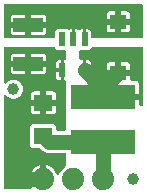
<source format=gbr>
G04 EAGLE Gerber RS-274X export*
G75*
%MOMM*%
%FSLAX34Y34*%
%LPD*%
%INTop Copper*%
%IPPOS*%
%AMOC8*
5,1,8,0,0,1.08239X$1,22.5*%
G01*
%ADD10C,1.879600*%
%ADD11R,0.550000X1.200000*%
%ADD12R,1.470000X1.270000*%
%ADD13R,1.600000X1.400000*%
%ADD14R,2.500000X1.200000*%
%ADD15R,5.500000X2.150000*%
%ADD16C,1.000000*%
%ADD17C,1.270000*%
%ADD18C,1.270000*%
%ADD19C,1.524000*%

G36*
X26981Y4324D02*
X26981Y4324D01*
X27021Y4321D01*
X27138Y4344D01*
X27257Y4359D01*
X27294Y4373D01*
X27333Y4381D01*
X27441Y4432D01*
X27552Y4476D01*
X27585Y4499D01*
X27621Y4516D01*
X27713Y4592D01*
X27810Y4662D01*
X27835Y4693D01*
X27866Y4719D01*
X27936Y4815D01*
X28013Y4907D01*
X28030Y4944D01*
X28053Y4976D01*
X28097Y5087D01*
X28148Y5195D01*
X28156Y5234D01*
X28170Y5271D01*
X28185Y5390D01*
X28208Y5507D01*
X28205Y5547D01*
X28210Y5587D01*
X28196Y5706D01*
X28188Y5825D01*
X28176Y5863D01*
X28171Y5902D01*
X28127Y6014D01*
X28090Y6127D01*
X28069Y6161D01*
X28054Y6198D01*
X27968Y6334D01*
X27889Y6443D01*
X27036Y8117D01*
X26455Y9904D01*
X26415Y10161D01*
X36830Y10161D01*
X36948Y10176D01*
X37067Y10183D01*
X37105Y10196D01*
X37145Y10201D01*
X37256Y10244D01*
X37369Y10281D01*
X37403Y10303D01*
X37441Y10318D01*
X37537Y10388D01*
X37638Y10451D01*
X37666Y10481D01*
X37698Y10504D01*
X37774Y10596D01*
X37856Y10683D01*
X37875Y10718D01*
X37901Y10749D01*
X37952Y10857D01*
X38009Y10961D01*
X38020Y11001D01*
X38037Y11037D01*
X38059Y11154D01*
X38089Y11269D01*
X38093Y11330D01*
X38097Y11350D01*
X38095Y11370D01*
X38099Y11430D01*
X38099Y12701D01*
X39370Y12701D01*
X39488Y12716D01*
X39607Y12723D01*
X39645Y12736D01*
X39685Y12741D01*
X39796Y12785D01*
X39909Y12821D01*
X39944Y12843D01*
X39981Y12858D01*
X40077Y12928D01*
X40178Y12991D01*
X40206Y13021D01*
X40239Y13045D01*
X40314Y13136D01*
X40396Y13223D01*
X40416Y13258D01*
X40441Y13290D01*
X40492Y13397D01*
X40550Y13502D01*
X40560Y13541D01*
X40577Y13577D01*
X40599Y13694D01*
X40629Y13809D01*
X40633Y13870D01*
X40637Y13890D01*
X40635Y13910D01*
X40639Y13970D01*
X40639Y24385D01*
X40896Y24345D01*
X42683Y23764D01*
X44357Y22911D01*
X45878Y21806D01*
X47206Y20478D01*
X48311Y18957D01*
X49164Y17283D01*
X49315Y16818D01*
X49328Y16791D01*
X49335Y16762D01*
X49395Y16648D01*
X49450Y16530D01*
X49469Y16507D01*
X49483Y16481D01*
X49570Y16385D01*
X49653Y16285D01*
X49677Y16268D01*
X49697Y16246D01*
X49806Y16174D01*
X49910Y16098D01*
X49938Y16087D01*
X49963Y16071D01*
X50086Y16029D01*
X50206Y15981D01*
X50236Y15977D01*
X50264Y15968D01*
X50393Y15957D01*
X50521Y15941D01*
X50551Y15945D01*
X50581Y15942D01*
X50709Y15965D01*
X50837Y15981D01*
X50865Y15992D01*
X50894Y15997D01*
X51012Y16050D01*
X51133Y16098D01*
X51157Y16115D01*
X51184Y16127D01*
X51285Y16208D01*
X51390Y16284D01*
X51409Y16307D01*
X51433Y16326D01*
X51511Y16430D01*
X51593Y16529D01*
X51606Y16556D01*
X51624Y16580D01*
X51695Y16725D01*
X52948Y19750D01*
X56471Y23274D01*
X56529Y23310D01*
X56642Y23375D01*
X56663Y23395D01*
X56688Y23411D01*
X56777Y23506D01*
X56870Y23596D01*
X56886Y23621D01*
X56906Y23643D01*
X56969Y23756D01*
X57037Y23867D01*
X57045Y23895D01*
X57060Y23921D01*
X57092Y24047D01*
X57130Y24171D01*
X57132Y24201D01*
X57139Y24229D01*
X57149Y24390D01*
X57149Y33782D01*
X57134Y33900D01*
X57127Y34019D01*
X57114Y34057D01*
X57109Y34098D01*
X57066Y34208D01*
X57029Y34321D01*
X57007Y34356D01*
X56992Y34393D01*
X56922Y34489D01*
X56859Y34590D01*
X56829Y34618D01*
X56806Y34651D01*
X56714Y34727D01*
X56627Y34808D01*
X56592Y34828D01*
X56561Y34853D01*
X56453Y34904D01*
X56349Y34962D01*
X56309Y34972D01*
X56273Y34989D01*
X56156Y35011D01*
X56041Y35041D01*
X55980Y35045D01*
X55960Y35049D01*
X55940Y35047D01*
X55880Y35051D01*
X41280Y35051D01*
X37826Y36482D01*
X35229Y39080D01*
X35150Y39140D01*
X35078Y39208D01*
X35025Y39237D01*
X34977Y39274D01*
X34886Y39314D01*
X34800Y39362D01*
X34741Y39377D01*
X34686Y39401D01*
X34588Y39416D01*
X34492Y39441D01*
X34392Y39447D01*
X34371Y39451D01*
X34359Y39449D01*
X34331Y39451D01*
X28837Y39451D01*
X27051Y41237D01*
X27051Y57763D01*
X28837Y59549D01*
X47363Y59549D01*
X49149Y57763D01*
X49149Y55118D01*
X49164Y55000D01*
X49171Y54881D01*
X49184Y54843D01*
X49189Y54802D01*
X49232Y54692D01*
X49269Y54579D01*
X49291Y54544D01*
X49306Y54507D01*
X49375Y54411D01*
X49439Y54310D01*
X49469Y54282D01*
X49492Y54249D01*
X49584Y54173D01*
X49671Y54092D01*
X49706Y54072D01*
X49737Y54047D01*
X49845Y53996D01*
X49949Y53938D01*
X49989Y53928D01*
X50025Y53911D01*
X50142Y53889D01*
X50257Y53859D01*
X50317Y53855D01*
X50337Y53851D01*
X50358Y53853D01*
X50418Y53849D01*
X55880Y53849D01*
X55998Y53864D01*
X56117Y53871D01*
X56155Y53884D01*
X56196Y53889D01*
X56306Y53932D01*
X56419Y53969D01*
X56454Y53991D01*
X56491Y54006D01*
X56587Y54075D01*
X56688Y54139D01*
X56716Y54169D01*
X56749Y54192D01*
X56824Y54284D01*
X56906Y54371D01*
X56926Y54406D01*
X56951Y54437D01*
X57002Y54545D01*
X57060Y54649D01*
X57070Y54689D01*
X57087Y54725D01*
X57109Y54842D01*
X57139Y54957D01*
X57143Y55017D01*
X57147Y55037D01*
X57145Y55058D01*
X57149Y55118D01*
X57149Y95299D01*
X57134Y95417D01*
X57127Y95536D01*
X57114Y95574D01*
X57109Y95615D01*
X57066Y95725D01*
X57029Y95838D01*
X57007Y95873D01*
X56992Y95910D01*
X56923Y96006D01*
X56859Y96107D01*
X56829Y96135D01*
X56806Y96168D01*
X56714Y96244D01*
X56627Y96325D01*
X56592Y96345D01*
X56561Y96370D01*
X56453Y96421D01*
X56349Y96479D01*
X56309Y96489D01*
X56273Y96506D01*
X56156Y96528D01*
X56041Y96558D01*
X55981Y96562D01*
X55961Y96566D01*
X55940Y96564D01*
X55880Y96568D01*
X55374Y96568D01*
X55374Y105004D01*
X55365Y105074D01*
X55368Y105114D01*
X55372Y105134D01*
X55370Y105154D01*
X55374Y105214D01*
X55374Y113650D01*
X55880Y113650D01*
X55998Y113665D01*
X56117Y113672D01*
X56155Y113684D01*
X56196Y113690D01*
X56306Y113733D01*
X56419Y113770D01*
X56454Y113792D01*
X56491Y113807D01*
X56587Y113876D01*
X56688Y113940D01*
X56716Y113970D01*
X56749Y113993D01*
X56825Y114085D01*
X56906Y114172D01*
X56926Y114207D01*
X56951Y114238D01*
X57002Y114346D01*
X57060Y114450D01*
X57070Y114490D01*
X57087Y114526D01*
X57109Y114643D01*
X57139Y114758D01*
X57143Y114818D01*
X57147Y114838D01*
X57145Y114859D01*
X57149Y114919D01*
X57149Y120793D01*
X57134Y120911D01*
X57127Y121030D01*
X57114Y121068D01*
X57109Y121109D01*
X57066Y121219D01*
X57029Y121332D01*
X57007Y121367D01*
X56992Y121404D01*
X56923Y121500D01*
X56859Y121601D01*
X56829Y121629D01*
X56806Y121662D01*
X56714Y121738D01*
X56627Y121819D01*
X56592Y121839D01*
X56561Y121864D01*
X56453Y121915D01*
X56349Y121973D01*
X56309Y121983D01*
X56273Y122000D01*
X56156Y122022D01*
X56041Y122052D01*
X55981Y122056D01*
X55961Y122060D01*
X55940Y122058D01*
X55880Y122062D01*
X49987Y122062D01*
X47962Y124088D01*
X47884Y124148D01*
X47812Y124216D01*
X47759Y124245D01*
X47711Y124282D01*
X47620Y124322D01*
X47533Y124370D01*
X47475Y124385D01*
X47419Y124409D01*
X47321Y124424D01*
X47225Y124449D01*
X47125Y124455D01*
X47105Y124459D01*
X47092Y124457D01*
X47064Y124459D01*
X5588Y124459D01*
X5470Y124444D01*
X5351Y124437D01*
X5313Y124424D01*
X5272Y124419D01*
X5162Y124376D01*
X5049Y124339D01*
X5014Y124317D01*
X4977Y124302D01*
X4881Y124233D01*
X4780Y124169D01*
X4752Y124139D01*
X4719Y124116D01*
X4643Y124024D01*
X4562Y123937D01*
X4542Y123902D01*
X4517Y123871D01*
X4466Y123763D01*
X4408Y123659D01*
X4398Y123619D01*
X4381Y123583D01*
X4359Y123466D01*
X4329Y123351D01*
X4325Y123291D01*
X4321Y123271D01*
X4323Y123250D01*
X4319Y123190D01*
X4319Y94966D01*
X4336Y94828D01*
X4349Y94689D01*
X4356Y94670D01*
X4359Y94650D01*
X4410Y94521D01*
X4457Y94390D01*
X4468Y94373D01*
X4476Y94354D01*
X4557Y94242D01*
X4635Y94127D01*
X4651Y94113D01*
X4662Y94097D01*
X4770Y94008D01*
X4874Y93916D01*
X4892Y93907D01*
X4907Y93894D01*
X5033Y93835D01*
X5157Y93772D01*
X5177Y93767D01*
X5195Y93759D01*
X5332Y93733D01*
X5467Y93702D01*
X5488Y93703D01*
X5507Y93699D01*
X5646Y93708D01*
X5785Y93712D01*
X5805Y93717D01*
X5825Y93719D01*
X5957Y93761D01*
X6091Y93800D01*
X6108Y93810D01*
X6127Y93817D01*
X6245Y93891D01*
X6365Y93962D01*
X6386Y93980D01*
X6396Y93987D01*
X6410Y94002D01*
X6485Y94068D01*
X8141Y95723D01*
X11099Y96949D01*
X14301Y96949D01*
X17259Y95723D01*
X19523Y93459D01*
X20749Y90501D01*
X20749Y87299D01*
X19523Y84341D01*
X17259Y82077D01*
X14301Y80851D01*
X11099Y80851D01*
X8141Y82077D01*
X6485Y83732D01*
X6376Y83817D01*
X6269Y83906D01*
X6250Y83914D01*
X6234Y83927D01*
X6106Y83982D01*
X5981Y84041D01*
X5961Y84045D01*
X5942Y84053D01*
X5804Y84075D01*
X5668Y84101D01*
X5648Y84100D01*
X5628Y84103D01*
X5489Y84090D01*
X5351Y84081D01*
X5332Y84075D01*
X5312Y84073D01*
X5180Y84026D01*
X5049Y83983D01*
X5031Y83972D01*
X5012Y83966D01*
X4897Y83888D01*
X4780Y83813D01*
X4766Y83798D01*
X4749Y83787D01*
X4657Y83683D01*
X4562Y83582D01*
X4552Y83564D01*
X4539Y83549D01*
X4475Y83424D01*
X4408Y83303D01*
X4403Y83283D01*
X4394Y83265D01*
X4364Y83130D01*
X4329Y82995D01*
X4327Y82967D01*
X4324Y82955D01*
X4325Y82935D01*
X4319Y82834D01*
X4319Y5588D01*
X4334Y5470D01*
X4341Y5351D01*
X4354Y5313D01*
X4359Y5272D01*
X4402Y5162D01*
X4439Y5049D01*
X4461Y5014D01*
X4476Y4977D01*
X4545Y4881D01*
X4609Y4780D01*
X4639Y4752D01*
X4662Y4719D01*
X4754Y4643D01*
X4841Y4562D01*
X4876Y4542D01*
X4907Y4517D01*
X5015Y4466D01*
X5119Y4408D01*
X5159Y4398D01*
X5195Y4381D01*
X5312Y4359D01*
X5427Y4329D01*
X5487Y4325D01*
X5507Y4321D01*
X5528Y4323D01*
X5588Y4319D01*
X26941Y4319D01*
X26981Y4324D01*
G37*
G36*
X47050Y132096D02*
X47050Y132096D01*
X47169Y132103D01*
X47207Y132116D01*
X47248Y132121D01*
X47358Y132164D01*
X47471Y132201D01*
X47506Y132223D01*
X47543Y132238D01*
X47639Y132308D01*
X47740Y132371D01*
X47768Y132401D01*
X47801Y132424D01*
X47877Y132516D01*
X47958Y132603D01*
X47978Y132638D01*
X48003Y132669D01*
X48054Y132777D01*
X48112Y132881D01*
X48122Y132921D01*
X48139Y132957D01*
X48161Y133074D01*
X48191Y133189D01*
X48195Y133250D01*
X48199Y133270D01*
X48197Y133290D01*
X48201Y133350D01*
X48201Y138374D01*
X49987Y140160D01*
X58013Y140160D01*
X58403Y139770D01*
X58487Y139705D01*
X58564Y139633D01*
X58612Y139608D01*
X58654Y139575D01*
X58751Y139533D01*
X58844Y139483D01*
X58897Y139470D01*
X58946Y139448D01*
X59051Y139432D01*
X59153Y139406D01*
X59207Y139407D01*
X59260Y139398D01*
X59366Y139408D01*
X59471Y139409D01*
X59555Y139426D01*
X59577Y139428D01*
X59592Y139433D01*
X59629Y139441D01*
X60416Y139652D01*
X62126Y139652D01*
X62126Y133350D01*
X62141Y133232D01*
X62148Y133113D01*
X62160Y133075D01*
X62166Y133034D01*
X62209Y132924D01*
X62246Y132811D01*
X62268Y132776D01*
X62283Y132739D01*
X62352Y132643D01*
X62416Y132542D01*
X62446Y132514D01*
X62469Y132481D01*
X62561Y132406D01*
X62648Y132324D01*
X62683Y132304D01*
X62714Y132279D01*
X62822Y132228D01*
X62926Y132170D01*
X62966Y132160D01*
X63002Y132143D01*
X63119Y132121D01*
X63234Y132091D01*
X63294Y132087D01*
X63314Y132083D01*
X63335Y132085D01*
X63395Y132081D01*
X63605Y132081D01*
X63723Y132096D01*
X63842Y132103D01*
X63880Y132116D01*
X63921Y132121D01*
X64031Y132164D01*
X64144Y132201D01*
X64179Y132223D01*
X64216Y132238D01*
X64312Y132308D01*
X64413Y132371D01*
X64441Y132401D01*
X64474Y132424D01*
X64550Y132516D01*
X64631Y132603D01*
X64651Y132638D01*
X64676Y132669D01*
X64727Y132777D01*
X64785Y132881D01*
X64795Y132921D01*
X64812Y132957D01*
X64834Y133074D01*
X64864Y133189D01*
X64868Y133250D01*
X64872Y133270D01*
X64870Y133290D01*
X64874Y133350D01*
X64874Y139652D01*
X66584Y139652D01*
X67231Y139479D01*
X67615Y139256D01*
X67713Y139216D01*
X67806Y139166D01*
X67859Y139154D01*
X67909Y139133D01*
X68013Y139118D01*
X68116Y139094D01*
X68170Y139095D01*
X68223Y139087D01*
X68328Y139098D01*
X68434Y139100D01*
X68486Y139114D01*
X68539Y139120D01*
X68639Y139157D01*
X68740Y139185D01*
X68817Y139223D01*
X68838Y139231D01*
X68850Y139239D01*
X68885Y139256D01*
X69269Y139479D01*
X69916Y139652D01*
X71626Y139652D01*
X71626Y133350D01*
X71641Y133232D01*
X71648Y133113D01*
X71660Y133075D01*
X71666Y133034D01*
X71709Y132924D01*
X71746Y132811D01*
X71768Y132776D01*
X71783Y132739D01*
X71852Y132643D01*
X71916Y132542D01*
X71946Y132514D01*
X71969Y132481D01*
X72061Y132406D01*
X72148Y132324D01*
X72183Y132304D01*
X72214Y132279D01*
X72322Y132228D01*
X72426Y132170D01*
X72466Y132160D01*
X72502Y132143D01*
X72619Y132121D01*
X72734Y132091D01*
X72794Y132087D01*
X72814Y132083D01*
X72835Y132085D01*
X72895Y132081D01*
X73105Y132081D01*
X73223Y132096D01*
X73342Y132103D01*
X73380Y132116D01*
X73421Y132121D01*
X73531Y132164D01*
X73644Y132201D01*
X73679Y132223D01*
X73716Y132238D01*
X73812Y132308D01*
X73913Y132371D01*
X73941Y132401D01*
X73974Y132424D01*
X74050Y132516D01*
X74131Y132603D01*
X74151Y132638D01*
X74176Y132669D01*
X74227Y132777D01*
X74285Y132881D01*
X74295Y132921D01*
X74312Y132957D01*
X74334Y133074D01*
X74364Y133189D01*
X74368Y133250D01*
X74372Y133270D01*
X74370Y133290D01*
X74374Y133350D01*
X74374Y139652D01*
X76084Y139652D01*
X76731Y139479D01*
X77310Y139144D01*
X77783Y138671D01*
X78118Y138092D01*
X78291Y137445D01*
X78291Y133350D01*
X78306Y133232D01*
X78313Y133113D01*
X78326Y133075D01*
X78331Y133034D01*
X78374Y132924D01*
X78411Y132811D01*
X78433Y132776D01*
X78448Y132739D01*
X78517Y132643D01*
X78581Y132542D01*
X78611Y132514D01*
X78634Y132481D01*
X78726Y132406D01*
X78813Y132324D01*
X78848Y132304D01*
X78879Y132279D01*
X78987Y132228D01*
X79091Y132170D01*
X79131Y132160D01*
X79167Y132143D01*
X79284Y132121D01*
X79399Y132091D01*
X79459Y132087D01*
X79479Y132083D01*
X79500Y132085D01*
X79560Y132081D01*
X121412Y132081D01*
X121530Y132096D01*
X121649Y132103D01*
X121687Y132116D01*
X121728Y132121D01*
X121838Y132164D01*
X121951Y132201D01*
X121986Y132223D01*
X122023Y132238D01*
X122119Y132308D01*
X122220Y132371D01*
X122248Y132401D01*
X122281Y132424D01*
X122357Y132516D01*
X122438Y132603D01*
X122458Y132638D01*
X122483Y132669D01*
X122534Y132777D01*
X122592Y132881D01*
X122602Y132921D01*
X122619Y132957D01*
X122641Y133074D01*
X122671Y133189D01*
X122675Y133250D01*
X122679Y133270D01*
X122677Y133290D01*
X122681Y133350D01*
X122681Y159512D01*
X122666Y159630D01*
X122659Y159749D01*
X122646Y159787D01*
X122641Y159828D01*
X122598Y159938D01*
X122561Y160051D01*
X122539Y160086D01*
X122524Y160123D01*
X122455Y160219D01*
X122391Y160320D01*
X122361Y160348D01*
X122338Y160381D01*
X122246Y160457D01*
X122159Y160538D01*
X122124Y160558D01*
X122093Y160583D01*
X121985Y160634D01*
X121881Y160692D01*
X121841Y160702D01*
X121805Y160719D01*
X121688Y160741D01*
X121573Y160771D01*
X121513Y160775D01*
X121493Y160779D01*
X121472Y160777D01*
X121412Y160781D01*
X5588Y160781D01*
X5470Y160766D01*
X5351Y160759D01*
X5313Y160746D01*
X5272Y160741D01*
X5162Y160698D01*
X5049Y160661D01*
X5014Y160639D01*
X4977Y160624D01*
X4881Y160555D01*
X4780Y160491D01*
X4752Y160461D01*
X4719Y160438D01*
X4643Y160346D01*
X4562Y160259D01*
X4542Y160224D01*
X4517Y160193D01*
X4466Y160085D01*
X4408Y159981D01*
X4398Y159941D01*
X4381Y159905D01*
X4359Y159788D01*
X4329Y159673D01*
X4325Y159613D01*
X4321Y159593D01*
X4323Y159572D01*
X4319Y159512D01*
X4319Y133350D01*
X4334Y133232D01*
X4341Y133113D01*
X4354Y133075D01*
X4359Y133034D01*
X4402Y132924D01*
X4439Y132811D01*
X4461Y132776D01*
X4476Y132739D01*
X4545Y132643D01*
X4609Y132542D01*
X4639Y132514D01*
X4662Y132481D01*
X4754Y132406D01*
X4841Y132324D01*
X4876Y132304D01*
X4907Y132279D01*
X5015Y132228D01*
X5119Y132170D01*
X5159Y132160D01*
X5195Y132143D01*
X5312Y132121D01*
X5427Y132091D01*
X5487Y132087D01*
X5507Y132083D01*
X5528Y132085D01*
X5588Y132081D01*
X46932Y132081D01*
X47050Y132096D01*
G37*
G36*
X121530Y74946D02*
X121530Y74946D01*
X121649Y74953D01*
X121687Y74966D01*
X121728Y74971D01*
X121838Y75014D01*
X121951Y75051D01*
X121986Y75073D01*
X122023Y75088D01*
X122119Y75158D01*
X122220Y75221D01*
X122248Y75251D01*
X122281Y75274D01*
X122357Y75366D01*
X122438Y75453D01*
X122458Y75488D01*
X122483Y75519D01*
X122534Y75627D01*
X122592Y75731D01*
X122602Y75771D01*
X122619Y75807D01*
X122641Y75924D01*
X122671Y76039D01*
X122675Y76100D01*
X122679Y76120D01*
X122677Y76140D01*
X122681Y76200D01*
X122681Y123190D01*
X122666Y123308D01*
X122659Y123427D01*
X122646Y123465D01*
X122641Y123506D01*
X122598Y123616D01*
X122561Y123729D01*
X122539Y123764D01*
X122524Y123801D01*
X122455Y123897D01*
X122391Y123998D01*
X122361Y124026D01*
X122338Y124059D01*
X122246Y124135D01*
X122159Y124216D01*
X122124Y124236D01*
X122093Y124261D01*
X121985Y124312D01*
X121881Y124370D01*
X121841Y124380D01*
X121805Y124397D01*
X121688Y124419D01*
X121573Y124449D01*
X121513Y124453D01*
X121493Y124457D01*
X121472Y124455D01*
X121412Y124459D01*
X79936Y124459D01*
X79837Y124447D01*
X79738Y124444D01*
X79680Y124427D01*
X79620Y124419D01*
X79528Y124383D01*
X79433Y124355D01*
X79381Y124325D01*
X79324Y124302D01*
X79244Y124244D01*
X79159Y124194D01*
X79084Y124128D01*
X79067Y124116D01*
X79059Y124106D01*
X79038Y124088D01*
X77013Y122062D01*
X69850Y122062D01*
X69732Y122047D01*
X69613Y122040D01*
X69575Y122027D01*
X69534Y122022D01*
X69424Y121979D01*
X69311Y121942D01*
X69276Y121920D01*
X69239Y121905D01*
X69143Y121836D01*
X69042Y121772D01*
X69014Y121742D01*
X68981Y121719D01*
X68906Y121627D01*
X68824Y121540D01*
X68804Y121505D01*
X68779Y121474D01*
X68728Y121366D01*
X68670Y121262D01*
X68660Y121222D01*
X68643Y121186D01*
X68621Y121069D01*
X68591Y120954D01*
X68587Y120894D01*
X68583Y120874D01*
X68585Y120853D01*
X68581Y120793D01*
X68581Y114919D01*
X68596Y114801D01*
X68603Y114682D01*
X68616Y114644D01*
X68621Y114603D01*
X68664Y114493D01*
X68701Y114380D01*
X68723Y114345D01*
X68738Y114308D01*
X68808Y114212D01*
X68871Y114111D01*
X68901Y114083D01*
X68924Y114050D01*
X69016Y113974D01*
X69103Y113893D01*
X69138Y113873D01*
X69169Y113848D01*
X69277Y113797D01*
X69381Y113739D01*
X69421Y113729D01*
X69457Y113712D01*
X69574Y113690D01*
X69689Y113660D01*
X69750Y113656D01*
X69770Y113652D01*
X69790Y113654D01*
X69850Y113650D01*
X71626Y113650D01*
X71626Y105214D01*
X71641Y105096D01*
X71648Y104977D01*
X71660Y104939D01*
X71666Y104899D01*
X71709Y104788D01*
X71746Y104675D01*
X71768Y104641D01*
X71783Y104603D01*
X71852Y104507D01*
X71916Y104406D01*
X71946Y104378D01*
X71969Y104346D01*
X72061Y104270D01*
X72107Y104227D01*
X72126Y104196D01*
X72156Y104168D01*
X72180Y104135D01*
X72271Y104059D01*
X72358Y103978D01*
X72393Y103958D01*
X72425Y103933D01*
X72532Y103882D01*
X72637Y103824D01*
X72676Y103814D01*
X72712Y103797D01*
X72829Y103775D01*
X72945Y103745D01*
X73005Y103741D01*
X73025Y103737D01*
X73045Y103739D01*
X73105Y103735D01*
X78291Y103735D01*
X78291Y98775D01*
X78118Y98128D01*
X77983Y97895D01*
X77931Y97773D01*
X77875Y97653D01*
X77870Y97626D01*
X77859Y97602D01*
X77840Y97470D01*
X77815Y97340D01*
X77817Y97314D01*
X77813Y97287D01*
X77827Y97155D01*
X77835Y97023D01*
X77843Y96997D01*
X77846Y96971D01*
X77892Y96846D01*
X77933Y96721D01*
X77947Y96698D01*
X77957Y96672D01*
X78032Y96564D01*
X78103Y96452D01*
X78123Y96433D01*
X78138Y96411D01*
X78238Y96325D01*
X78335Y96234D01*
X78358Y96221D01*
X78379Y96203D01*
X78497Y96144D01*
X78613Y96080D01*
X78639Y96074D01*
X78663Y96062D01*
X78793Y96034D01*
X78921Y96001D01*
X78959Y95999D01*
X78974Y95995D01*
X78996Y95996D01*
X79082Y95991D01*
X86361Y95991D01*
X86361Y83970D01*
X86376Y83852D01*
X86383Y83733D01*
X86396Y83695D01*
X86401Y83655D01*
X86444Y83544D01*
X86481Y83431D01*
X86503Y83396D01*
X86518Y83359D01*
X86588Y83263D01*
X86651Y83162D01*
X86681Y83134D01*
X86705Y83102D01*
X86796Y83026D01*
X86883Y82944D01*
X86918Y82925D01*
X86949Y82899D01*
X87057Y82848D01*
X87161Y82791D01*
X87201Y82780D01*
X87237Y82763D01*
X87354Y82741D01*
X87469Y82711D01*
X87530Y82707D01*
X87550Y82703D01*
X87570Y82705D01*
X87630Y82701D01*
X88901Y82701D01*
X88901Y81430D01*
X88916Y81312D01*
X88923Y81193D01*
X88936Y81155D01*
X88941Y81115D01*
X88985Y81004D01*
X89021Y80891D01*
X89043Y80856D01*
X89058Y80819D01*
X89128Y80723D01*
X89191Y80622D01*
X89221Y80594D01*
X89245Y80561D01*
X89336Y80486D01*
X89423Y80404D01*
X89458Y80384D01*
X89490Y80359D01*
X89597Y80308D01*
X89701Y80250D01*
X89741Y80240D01*
X89777Y80223D01*
X89894Y80201D01*
X90009Y80171D01*
X90070Y80167D01*
X90090Y80163D01*
X90110Y80165D01*
X90170Y80161D01*
X118941Y80161D01*
X118941Y76200D01*
X118956Y76082D01*
X118963Y75963D01*
X118976Y75925D01*
X118981Y75884D01*
X119024Y75774D01*
X119061Y75661D01*
X119083Y75626D01*
X119098Y75589D01*
X119167Y75493D01*
X119231Y75392D01*
X119261Y75364D01*
X119284Y75331D01*
X119376Y75256D01*
X119463Y75174D01*
X119498Y75154D01*
X119529Y75129D01*
X119637Y75078D01*
X119741Y75020D01*
X119781Y75010D01*
X119817Y74993D01*
X119934Y74971D01*
X120049Y74941D01*
X120109Y74937D01*
X120129Y74933D01*
X120150Y74935D01*
X120210Y74931D01*
X121412Y74931D01*
X121530Y74946D01*
G37*
%LPC*%
G36*
X91439Y85239D02*
X91439Y85239D01*
X91439Y96484D01*
X91466Y96513D01*
X91486Y96548D01*
X91511Y96579D01*
X91562Y96687D01*
X91620Y96791D01*
X91630Y96831D01*
X91647Y96867D01*
X91669Y96984D01*
X91699Y97099D01*
X91703Y97159D01*
X91707Y97179D01*
X91705Y97200D01*
X91709Y97260D01*
X91709Y100421D01*
X100330Y100421D01*
X100448Y100436D01*
X100567Y100443D01*
X100605Y100456D01*
X100645Y100461D01*
X100756Y100504D01*
X100869Y100541D01*
X100904Y100563D01*
X100941Y100578D01*
X101037Y100648D01*
X101138Y100711D01*
X101166Y100741D01*
X101198Y100765D01*
X101274Y100856D01*
X101356Y100943D01*
X101375Y100978D01*
X101401Y101009D01*
X101452Y101117D01*
X101509Y101221D01*
X101520Y101261D01*
X101537Y101297D01*
X101559Y101414D01*
X101589Y101529D01*
X101593Y101590D01*
X101597Y101610D01*
X101595Y101630D01*
X101599Y101690D01*
X101599Y102961D01*
X101601Y102961D01*
X101601Y101690D01*
X101616Y101572D01*
X101623Y101453D01*
X101636Y101415D01*
X101641Y101375D01*
X101685Y101264D01*
X101721Y101151D01*
X101743Y101116D01*
X101758Y101079D01*
X101828Y100983D01*
X101891Y100882D01*
X101921Y100854D01*
X101945Y100821D01*
X102036Y100746D01*
X102123Y100664D01*
X102158Y100644D01*
X102190Y100619D01*
X102297Y100568D01*
X102401Y100510D01*
X102441Y100500D01*
X102477Y100483D01*
X102594Y100461D01*
X102709Y100431D01*
X102770Y100427D01*
X102790Y100423D01*
X102810Y100425D01*
X102870Y100421D01*
X111491Y100421D01*
X111491Y97260D01*
X111506Y97142D01*
X111513Y97023D01*
X111525Y96985D01*
X111531Y96944D01*
X111574Y96834D01*
X111611Y96721D01*
X111633Y96686D01*
X111648Y96649D01*
X111717Y96553D01*
X111781Y96452D01*
X111811Y96424D01*
X111834Y96391D01*
X111926Y96315D01*
X112013Y96234D01*
X112048Y96214D01*
X112079Y96189D01*
X112187Y96138D01*
X112291Y96080D01*
X112331Y96070D01*
X112367Y96053D01*
X112484Y96031D01*
X112599Y96001D01*
X112659Y95997D01*
X112679Y95993D01*
X112700Y95995D01*
X112760Y95991D01*
X116734Y95991D01*
X117381Y95818D01*
X117960Y95483D01*
X118433Y95010D01*
X118768Y94431D01*
X118941Y93784D01*
X118941Y85239D01*
X91439Y85239D01*
G37*
%LPD*%
%LPC*%
G36*
X27939Y146039D02*
X27939Y146039D01*
X27939Y152041D01*
X38234Y152041D01*
X38881Y151868D01*
X39460Y151533D01*
X39933Y151060D01*
X40268Y150481D01*
X40441Y149834D01*
X40441Y146039D01*
X27939Y146039D01*
G37*
%LPD*%
%LPC*%
G36*
X27939Y113039D02*
X27939Y113039D01*
X27939Y119041D01*
X38234Y119041D01*
X38881Y118868D01*
X39460Y118533D01*
X39933Y118060D01*
X40268Y117481D01*
X40441Y116834D01*
X40441Y113039D01*
X27939Y113039D01*
G37*
%LPD*%
%LPC*%
G36*
X10359Y146039D02*
X10359Y146039D01*
X10359Y149834D01*
X10532Y150481D01*
X10867Y151060D01*
X11340Y151533D01*
X11919Y151868D01*
X12566Y152041D01*
X22861Y152041D01*
X22861Y146039D01*
X10359Y146039D01*
G37*
%LPD*%
%LPC*%
G36*
X10359Y113039D02*
X10359Y113039D01*
X10359Y116834D01*
X10532Y117481D01*
X10867Y118060D01*
X11340Y118533D01*
X11919Y118868D01*
X12566Y119041D01*
X22861Y119041D01*
X22861Y113039D01*
X10359Y113039D01*
G37*
%LPD*%
%LPC*%
G36*
X27939Y134959D02*
X27939Y134959D01*
X27939Y140961D01*
X40441Y140961D01*
X40441Y137166D01*
X40268Y136519D01*
X39933Y135940D01*
X39460Y135467D01*
X38881Y135132D01*
X38234Y134959D01*
X27939Y134959D01*
G37*
%LPD*%
%LPC*%
G36*
X27939Y101959D02*
X27939Y101959D01*
X27939Y107961D01*
X40441Y107961D01*
X40441Y104166D01*
X40268Y103519D01*
X39933Y102940D01*
X39460Y102467D01*
X38881Y102132D01*
X38234Y101959D01*
X27939Y101959D01*
G37*
%LPD*%
%LPC*%
G36*
X12566Y134959D02*
X12566Y134959D01*
X11919Y135132D01*
X11340Y135467D01*
X10867Y135940D01*
X10532Y136519D01*
X10359Y137166D01*
X10359Y140961D01*
X22861Y140961D01*
X22861Y134959D01*
X12566Y134959D01*
G37*
%LPD*%
%LPC*%
G36*
X12566Y101959D02*
X12566Y101959D01*
X11919Y102132D01*
X11340Y102467D01*
X10867Y102940D01*
X10532Y103519D01*
X10359Y104166D01*
X10359Y107961D01*
X22861Y107961D01*
X22861Y101959D01*
X12566Y101959D01*
G37*
%LPD*%
%LPC*%
G36*
X26415Y15239D02*
X26415Y15239D01*
X26455Y15496D01*
X27036Y17283D01*
X27889Y18957D01*
X28994Y20478D01*
X30322Y21806D01*
X31843Y22911D01*
X33517Y23764D01*
X35304Y24345D01*
X35561Y24385D01*
X35561Y15239D01*
X26415Y15239D01*
G37*
%LPD*%
%LPC*%
G36*
X40639Y80039D02*
X40639Y80039D01*
X40639Y87041D01*
X46434Y87041D01*
X47081Y86868D01*
X47660Y86533D01*
X48133Y86060D01*
X48468Y85481D01*
X48641Y84834D01*
X48641Y80039D01*
X40639Y80039D01*
G37*
%LPD*%
%LPC*%
G36*
X27559Y80039D02*
X27559Y80039D01*
X27559Y84834D01*
X27732Y85481D01*
X28067Y86060D01*
X28540Y86533D01*
X29119Y86868D01*
X29766Y87041D01*
X35561Y87041D01*
X35561Y80039D01*
X27559Y80039D01*
G37*
%LPD*%
%LPC*%
G36*
X40639Y67959D02*
X40639Y67959D01*
X40639Y74961D01*
X48641Y74961D01*
X48641Y70166D01*
X48468Y69519D01*
X48133Y68940D01*
X47660Y68467D01*
X47081Y68132D01*
X46434Y67959D01*
X40639Y67959D01*
G37*
%LPD*%
%LPC*%
G36*
X29766Y67959D02*
X29766Y67959D01*
X29119Y68132D01*
X28540Y68467D01*
X28067Y68940D01*
X27732Y69519D01*
X27559Y70166D01*
X27559Y74961D01*
X35561Y74961D01*
X35561Y67959D01*
X29766Y67959D01*
G37*
%LPD*%
%LPC*%
G36*
X104139Y148499D02*
X104139Y148499D01*
X104139Y154851D01*
X109284Y154851D01*
X109931Y154678D01*
X110510Y154343D01*
X110983Y153870D01*
X111318Y153291D01*
X111491Y152644D01*
X111491Y148499D01*
X104139Y148499D01*
G37*
%LPD*%
%LPC*%
G36*
X104139Y105499D02*
X104139Y105499D01*
X104139Y111851D01*
X109284Y111851D01*
X109931Y111678D01*
X110510Y111343D01*
X110983Y110870D01*
X111318Y110291D01*
X111491Y109644D01*
X111491Y105499D01*
X104139Y105499D01*
G37*
%LPD*%
%LPC*%
G36*
X91709Y148499D02*
X91709Y148499D01*
X91709Y152644D01*
X91882Y153291D01*
X92217Y153870D01*
X92690Y154343D01*
X93269Y154678D01*
X93916Y154851D01*
X99061Y154851D01*
X99061Y148499D01*
X91709Y148499D01*
G37*
%LPD*%
%LPC*%
G36*
X91709Y105499D02*
X91709Y105499D01*
X91709Y109644D01*
X91882Y110291D01*
X92217Y110870D01*
X92690Y111343D01*
X93269Y111678D01*
X93916Y111851D01*
X99061Y111851D01*
X99061Y105499D01*
X91709Y105499D01*
G37*
%LPD*%
%LPC*%
G36*
X104139Y137069D02*
X104139Y137069D01*
X104139Y143421D01*
X111491Y143421D01*
X111491Y139276D01*
X111318Y138629D01*
X110983Y138050D01*
X110510Y137577D01*
X109931Y137242D01*
X109284Y137069D01*
X104139Y137069D01*
G37*
%LPD*%
%LPC*%
G36*
X93916Y137069D02*
X93916Y137069D01*
X93269Y137242D01*
X92690Y137577D01*
X92217Y138050D01*
X91882Y138629D01*
X91709Y139276D01*
X91709Y143421D01*
X99061Y143421D01*
X99061Y137069D01*
X93916Y137069D01*
G37*
%LPD*%
%LPC*%
G36*
X74374Y106483D02*
X74374Y106483D01*
X74374Y113650D01*
X76084Y113650D01*
X76731Y113477D01*
X77310Y113142D01*
X77783Y112669D01*
X78118Y112090D01*
X78291Y111443D01*
X78291Y106483D01*
X74374Y106483D01*
G37*
%LPD*%
%LPC*%
G36*
X48709Y106483D02*
X48709Y106483D01*
X48709Y111443D01*
X48882Y112090D01*
X49217Y112669D01*
X49690Y113142D01*
X50269Y113477D01*
X50916Y113650D01*
X52626Y113650D01*
X52626Y106483D01*
X48709Y106483D01*
G37*
%LPD*%
%LPC*%
G36*
X50916Y96568D02*
X50916Y96568D01*
X50269Y96741D01*
X49690Y97076D01*
X49217Y97549D01*
X48882Y98128D01*
X48709Y98775D01*
X48709Y103735D01*
X52626Y103735D01*
X52626Y96568D01*
X50916Y96568D01*
G37*
%LPD*%
%LPC*%
G36*
X101599Y145959D02*
X101599Y145959D01*
X101599Y145961D01*
X101601Y145961D01*
X101601Y145959D01*
X101599Y145959D01*
G37*
%LPD*%
%LPC*%
G36*
X25399Y143499D02*
X25399Y143499D01*
X25399Y143501D01*
X25401Y143501D01*
X25401Y143499D01*
X25399Y143499D01*
G37*
%LPD*%
%LPC*%
G36*
X25399Y110499D02*
X25399Y110499D01*
X25399Y110501D01*
X25401Y110501D01*
X25401Y110499D01*
X25399Y110499D01*
G37*
%LPD*%
%LPC*%
G36*
X38099Y77499D02*
X38099Y77499D01*
X38099Y77501D01*
X38101Y77501D01*
X38101Y77499D01*
X38099Y77499D01*
G37*
%LPD*%
D10*
X38100Y12700D03*
X63500Y12700D03*
X88900Y12700D03*
D11*
X73000Y131111D03*
X63500Y131111D03*
X54000Y131111D03*
X54000Y105109D03*
X73000Y105109D03*
D12*
X101600Y102960D03*
X101600Y145960D03*
D13*
X38100Y77500D03*
X38100Y49500D03*
D14*
X25400Y110500D03*
X25400Y143500D03*
D15*
X88900Y44300D03*
X88900Y82700D03*
D16*
X114300Y12700D03*
X12700Y88900D03*
D17*
X88900Y90260D02*
X101600Y102960D01*
X88900Y90260D02*
X88900Y82700D01*
X88900Y89209D02*
X73000Y105109D01*
X88900Y89209D02*
X88900Y82700D01*
D18*
X63500Y147320D03*
D17*
X38100Y12700D02*
X25400Y12700D01*
X17780Y20320D01*
X17780Y68580D01*
X88900Y44300D02*
X88900Y12700D01*
D19*
X88900Y44300D02*
X88750Y44450D01*
D17*
X43150Y44450D01*
X38100Y49500D01*
M02*

</source>
